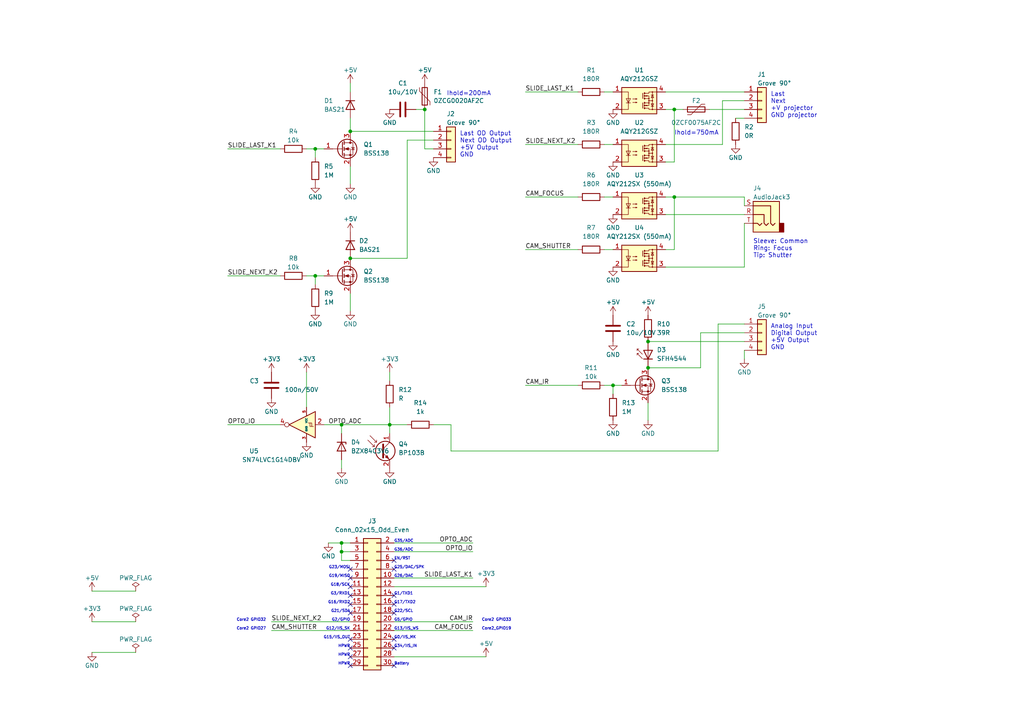
<source format=kicad_sch>
(kicad_sch (version 20211123) (generator eeschema)
  (paper "A4")
  (title_block (title "Filmolino SlideScanner") (date "2023-03-26") (rev "V1.0") (company "Open Source by Lubasol GmbH"))
  (lib_symbols
    (symbol "74xGxx:SN74LVC1G14DBV"
      (property "Reference" "U" (at -2.54 5.08 0))
      (property "Value" "SN74LVC1G14DBV" (at 10.16 5.08 0))
      (symbol "SN74LVC1G14DBV_0_1"
        (polyline (pts (xy -1.016 0.508) (xy -0.508 0.508)))
        (polyline (pts (xy -2.54 3.81) (xy -2.54 -3.81) (xy 5.08 0) (xy -2.54 3.81)) (stroke (width 0.254)) (fill (type background)))
        (polyline (pts (xy -1.524 -0.508) (xy -1.524 0.508) (xy -1.016 0.508) (xy -1.016 -0.508) (xy -2.032 -0.508)))
        (circle (center 5.715 0) (radius 0.635))
      )
      (symbol "SN74LVC1G14DBV_1_1"
        (pin no_connect line (at 5.08 0 180) (length 2.54) hide (name "NC") (number "1"))
        (pin input line (at -5.08 0 0) (length 2.54) (name "~") (number "2"))
        (pin power_in line (at 0 -5.08 90) (length 2.54) (name "GND") (number "3"))
        (pin output line (at 7.62 0 180) (length 1.27) (name "~") (number "4"))
        (pin power_in line (at 0 5.08 270) (length 2.54) (name "VCC") (number "5"))
      )
    )
    (symbol "Connector:AudioJack3"
      (property "Reference" "J" (at 0 8.89 0))
      (property "Value" "AudioJack3" (at 0 6.35 0))
      (symbol "AudioJack3_0_1"
        (rectangle (start -5.08 -5.08) (end -6.35 -2.54) (stroke (width 0.254)) (fill (type outline)))
        (polyline (pts (xy 0 -2.54) (xy 0.635 -3.175) (xy 1.27 -2.54) (xy 2.54 -2.54)) (stroke (width 0.254)))
        (polyline (pts (xy -1.905 -2.54) (xy -1.27 -3.175) (xy -0.635 -2.54) (xy -0.635 0) (xy 2.54 0)) (stroke (width 0.254)))
        (polyline (pts (xy 2.54 2.54) (xy -2.54 2.54) (xy -2.54 -2.54) (xy -3.175 -3.175) (xy -3.81 -2.54)) (stroke (width 0.254)))
        (rectangle (start 2.54 3.81) (end -5.08 -5.08) (stroke (width 0.254)) (fill (type background)))
      )
      (symbol "AudioJack3_1_1"
        (pin passive line (at 5.08 0 180) (length 2.54) (name "~") (number "R"))
        (pin passive line (at 5.08 2.54 180) (length 2.54) (name "~") (number "S"))
        (pin passive line (at 5.08 -2.54 180) (length 2.54) (name "~") (number "T"))
      )
    )
    (symbol "Connector_Generic:Conn_01x04" (pin_names (offset 1.016) hide)
      (property "Reference" "J" (at 0 5.08 0))
      (property "Value" "Conn_01x04" (at 0 -7.62 0))
      (symbol "Conn_01x04_1_1"
        (rectangle (start -1.27 -4.953) (end 0 -5.207) (stroke (width 0.1524)))
        (rectangle (start -1.27 -2.413) (end 0 -2.667) (stroke (width 0.1524)))
        (rectangle (start -1.27 0.127) (end 0 -0.127) (stroke (width 0.1524)))
        (rectangle (start -1.27 2.667) (end 0 2.413) (stroke (width 0.1524)))
        (rectangle (start -1.27 3.81) (end 1.27 -6.35) (stroke (width 0.254)) (fill (type background)))
        (pin passive line (at -5.08 2.54 0) (length 3.81) (name "Pin_1") (number "1"))
        (pin passive line (at -5.08 0 0) (length 3.81) (name "Pin_2") (number "2"))
        (pin passive line (at -5.08 -2.54 0) (length 3.81) (name "Pin_3") (number "3"))
        (pin passive line (at -5.08 -5.08 0) (length 3.81) (name "Pin_4") (number "4"))
      )
    )
    (symbol "Connector_Generic:Conn_02x15_Odd_Even" (pin_names (offset 1.016) hide)
      (property "Reference" "J" (at 1.27 20.32 0))
      (property "Value" "Conn_02x15_Odd_Even" (at 1.27 -20.32 0))
      (symbol "Conn_02x15_Odd_Even_1_1"
        (rectangle (start -1.27 -17.653) (end 0 -17.907) (stroke (width 0.1524)))
        (rectangle (start -1.27 -15.113) (end 0 -15.367) (stroke (width 0.1524)))
        (rectangle (start -1.27 -12.573) (end 0 -12.827) (stroke (width 0.1524)))
        (rectangle (start -1.27 -10.033) (end 0 -10.287) (stroke (width 0.1524)))
        (rectangle (start -1.27 -7.493) (end 0 -7.747) (stroke (width 0.1524)))
        (rectangle (start -1.27 -4.953) (end 0 -5.207) (stroke (width 0.1524)))
        (rectangle (start -1.27 -2.413) (end 0 -2.667) (stroke (width 0.1524)))
        (rectangle (start -1.27 0.127) (end 0 -0.127) (stroke (width 0.1524)))
        (rectangle (start -1.27 2.667) (end 0 2.413) (stroke (width 0.1524)))
        (rectangle (start -1.27 5.207) (end 0 4.953) (stroke (width 0.1524)))
        (rectangle (start -1.27 7.747) (end 0 7.493) (stroke (width 0.1524)))
        (rectangle (start -1.27 10.287) (end 0 10.033) (stroke (width 0.1524)))
        (rectangle (start -1.27 12.827) (end 0 12.573) (stroke (width 0.1524)))
        (rectangle (start -1.27 15.367) (end 0 15.113) (stroke (width 0.1524)))
        (rectangle (start -1.27 17.907) (end 0 17.653) (stroke (width 0.1524)))
        (rectangle (start -1.27 19.05) (end 3.81 -19.05) (stroke (width 0.254)) (fill (type background)))
        (rectangle (start 3.81 -17.653) (end 2.54 -17.907) (stroke (width 0.1524)))
        (rectangle (start 3.81 -15.113) (end 2.54 -15.367) (stroke (width 0.1524)))
        (rectangle (start 3.81 -12.573) (end 2.54 -12.827) (stroke (width 0.1524)))
        (rectangle (start 3.81 -10.033) (end 2.54 -10.287) (stroke (width 0.1524)))
        (rectangle (start 3.81 -7.493) (end 2.54 -7.747) (stroke (width 0.1524)))
        (rectangle (start 3.81 -4.953) (end 2.54 -5.207) (stroke (width 0.1524)))
        (rectangle (start 3.81 -2.413) (end 2.54 -2.667) (stroke (width 0.1524)))
        (rectangle (start 3.81 0.127) (end 2.54 -0.127) (stroke (width 0.1524)))
        (rectangle (start 3.81 2.667) (end 2.54 2.413) (stroke (width 0.1524)))
        (rectangle (start 3.81 5.207) (end 2.54 4.953) (stroke (width 0.1524)))
        (rectangle (start 3.81 7.747) (end 2.54 7.493) (stroke (width 0.1524)))
        (rectangle (start 3.81 10.287) (end 2.54 10.033) (stroke (width 0.1524)))
        (rectangle (start 3.81 12.827) (end 2.54 12.573) (stroke (width 0.1524)))
        (rectangle (start 3.81 15.367) (end 2.54 15.113) (stroke (width 0.1524)))
        (rectangle (start 3.81 17.907) (end 2.54 17.653) (stroke (width 0.1524)))
        (pin passive line (at -5.08 17.78 0) (length 3.81) (name "Pin_1") (number "1"))
        (pin passive line (at 7.62 7.62 180) (length 3.81) (name "Pin_10") (number "10"))
        (pin passive line (at -5.08 5.08 0) (length 3.81) (name "Pin_11") (number "11"))
        (pin passive line (at 7.62 5.08 180) (length 3.81) (name "Pin_12") (number "12"))
        (pin passive line (at -5.08 2.54 0) (length 3.81) (name "Pin_13") (number "13"))
        (pin passive line (at 7.62 2.54 180) (length 3.81) (name "Pin_14") (number "14"))
        (pin passive line (at -5.08 0 0) (length 3.81) (name "Pin_15") (number "15"))
        (pin passive line (at 7.62 0 180) (length 3.81) (name "Pin_16") (number "16"))
        (pin passive line (at -5.08 -2.54 0) (length 3.81) (name "Pin_17") (number "17"))
        (pin passive line (at 7.62 -2.54 180) (length 3.81) (name "Pin_18") (number "18"))
        (pin passive line (at -5.08 -5.08 0) (length 3.81) (name "Pin_19") (number "19"))
        (pin passive line (at 7.62 17.78 180) (length 3.81) (name "Pin_2") (number "2"))
        (pin passive line (at 7.62 -5.08 180) (length 3.81) (name "Pin_20") (number "20"))
        (pin passive line (at -5.08 -7.62 0) (length 3.81) (name "Pin_21") (number "21"))
        (pin passive line (at 7.62 -7.62 180) (length 3.81) (name "Pin_22") (number "22"))
        (pin passive line (at -5.08 -10.16 0) (length 3.81) (name "Pin_23") (number "23"))
        (pin passive line (at 7.62 -10.16 180) (length 3.81) (name "Pin_24") (number "24"))
        (pin passive line (at -5.08 -12.7 0) (length 3.81) (name "Pin_25") (number "25"))
        (pin passive line (at 7.62 -12.7 180) (length 3.81) (name "Pin_26") (number "26"))
        (pin passive line (at -5.08 -15.24 0) (length 3.81) (name "Pin_27") (number "27"))
        (pin passive line (at 7.62 -15.24 180) (length 3.81) (name "Pin_28") (number "28"))
        (pin passive line (at -5.08 -17.78 0) (length 3.81) (name "Pin_29") (number "29"))
        (pin passive line (at -5.08 15.24 0) (length 3.81) (name "Pin_3") (number "3"))
        (pin passive line (at 7.62 -17.78 180) (length 3.81) (name "Pin_30") (number "30"))
        (pin passive line (at 7.62 15.24 180) (length 3.81) (name "Pin_4") (number "4"))
        (pin passive line (at -5.08 12.7 0) (length 3.81) (name "Pin_5") (number "5"))
        (pin passive line (at 7.62 12.7 180) (length 3.81) (name "Pin_6") (number "6"))
        (pin passive line (at -5.08 10.16 0) (length 3.81) (name "Pin_7") (number "7"))
        (pin passive line (at 7.62 10.16 180) (length 3.81) (name "Pin_8") (number "8"))
        (pin passive line (at -5.08 7.62 0) (length 3.81) (name "Pin_9") (number "9"))
      )
    )
    (symbol "Device:C" (pin_numbers hide) (pin_names (offset 0.254))
      (property "Reference" "C" (at 0.635 2.54 0))
      (property "Value" "C" (at 0.635 -2.54 0))
      (symbol "C_0_1"
        (polyline (pts (xy -2.032 -0.762) (xy 2.032 -0.762)) (stroke (width 0.508)))
        (polyline (pts (xy -2.032 0.762) (xy 2.032 0.762)) (stroke (width 0.508)))
      )
      (symbol "C_1_1"
        (pin passive line (at 0 3.81 270) (length 2.794) (name "~") (number "1"))
        (pin passive line (at 0 -3.81 90) (length 2.794) (name "~") (number "2"))
      )
    )
    (symbol "Device:Polyfuse" (pin_numbers hide) (pin_names (offset 0))
      (property "Reference" "F" (at -2.54 0 90))
      (property "Value" "Polyfuse" (at 2.54 0 90))
      (symbol "Polyfuse_0_1"
        (rectangle (start -0.762 2.54) (end 0.762 -2.54) (stroke (width 0.254)))
        (polyline (pts (xy 0 2.54) (xy 0 -2.54)))
        (polyline (pts (xy -1.524 2.54) (xy -1.524 1.524) (xy 1.524 -1.524) (xy 1.524 -2.54)))
      )
      (symbol "Polyfuse_1_1"
        (pin passive line (at 0 3.81 270) (length 1.27) (name "~") (number "1"))
        (pin passive line (at 0 -3.81 90) (length 1.27) (name "~") (number "2"))
      )
    )
    (symbol "Device:Q_Photo_NPN" (pin_names (offset 0) hide)
      (property "Reference" "Q" (at 5.08 1.27 0))
      (property "Value" "Q_Photo_NPN" (at 5.08 -1.27 0))
      (symbol "Q_Photo_NPN_0_1"
        (polyline (pts (xy -1.905 1.27) (xy -2.54 1.27)))
        (polyline (pts (xy -1.27 2.54) (xy -1.905 2.54)))
        (polyline (pts (xy 0.635 0.635) (xy 2.54 2.54)))
        (polyline (pts (xy -3.81 3.175) (xy -1.905 1.27) (xy -1.905 1.905)))
        (polyline (pts (xy -3.175 4.445) (xy -1.27 2.54) (xy -1.27 3.175)))
        (polyline (pts (xy 0.635 -0.635) (xy 2.54 -2.54) (xy 2.54 -2.54)))
        (polyline (pts (xy 0.635 1.905) (xy 0.635 -1.905) (xy 0.635 -1.905)) (stroke (width 0.508)))
        (polyline (pts (xy 1.27 -1.778) (xy 1.778 -1.27) (xy 2.286 -2.286) (xy 1.27 -1.778) (xy 1.27 -1.778)) (fill (type outline)))
        (circle (center 1.27 0) (radius 2.8194) (stroke (width 0.254)))
      )
      (symbol "Q_Photo_NPN_1_1"
        (pin passive line (at 2.54 5.08 270) (length 2.54) (name "C") (number "1"))
        (pin passive line (at 2.54 -5.08 90) (length 2.54) (name "E") (number "2"))
      )
    )
    (symbol "Device:R" (pin_numbers hide) (pin_names (offset 0))
      (property "Reference" "R" (at 2.032 0 90))
      (property "Value" "R" (at 0 0 90))
      (symbol "R_0_1"
        (rectangle (start -1.016 -2.54) (end 1.016 2.54) (stroke (width 0.254)))
      )
      (symbol "R_1_1"
        (pin passive line (at 0 3.81 270) (length 1.27) (name "~") (number "1"))
        (pin passive line (at 0 -3.81 90) (length 1.27) (name "~") (number "2"))
      )
    )
    (symbol "Diode:BAS21" (pin_numbers hide) (pin_names hide)
      (property "Reference" "D" (at 0 2.54 0))
      (property "Value" "BAS21" (at 0 -2.54 0))
      (symbol "BAS21_0_1"
        (polyline (pts (xy -1.27 1.27) (xy -1.27 -1.27)) (stroke (width 0.254)))
        (polyline (pts (xy 1.27 0) (xy -1.27 0)))
        (polyline (pts (xy 1.27 1.27) (xy 1.27 -1.27) (xy -1.27 0) (xy 1.27 1.27)) (stroke (width 0.254)))
      )
      (symbol "BAS21_1_1"
        (pin passive line (at 3.81 0 180) (length 2.54) (name "A") (number "1"))
        (pin no_connect line (at -1.27 0 0) (length 2.54) hide (name "NC") (number "2"))
        (pin passive line (at -3.81 0 0) (length 2.54) (name "K") (number "3"))
      )
    )
    (symbol "Diode:BZX84Cxx" (pin_numbers hide) (pin_names hide)
      (property "Reference" "D" (at 0 3.81 0))
      (property "Value" "BZX84Cxx" (at 0 -3.81 0))
      (symbol "BZX84Cxx_0_1"
        (polyline (pts (xy 1.27 0) (xy -1.27 0)))
        (polyline (pts (xy -1.27 -1.27) (xy -1.27 1.27) (xy -0.762 1.27)) (stroke (width 0.254)))
        (polyline (pts (xy 1.27 -1.27) (xy 1.27 1.27) (xy -1.27 0) (xy 1.27 -1.27)) (stroke (width 0.254)))
      )
      (symbol "BZX84Cxx_1_1"
        (pin passive line (at 3.81 0 180) (length 2.54) (name "A") (number "1"))
        (pin no_connect line (at 1.27 0 180) (length 2.54) hide (name "NC") (number "2"))
        (pin passive line (at -3.81 0 0) (length 2.54) (name "K") (number "3"))
      )
    )
    (symbol "LED:LD274" (pin_numbers hide) (pin_names (offset 1.016) hide)
      (property "Reference" "D" (at 0.508 1.778 0))
      (property "Value" "LD274" (at -1.016 -2.794 0))
      (symbol "LD274_0_1"
        (polyline (pts (xy -2.54 1.27) (xy -2.54 -1.27)) (stroke (width 0.254)))
        (polyline (pts (xy 0 0) (xy -2.54 0)))
        (polyline (pts (xy 0.381 3.175) (xy -0.127 3.175)))
        (polyline (pts (xy -1.143 1.651) (xy 0.381 3.175) (xy 0.381 2.667)))
        (polyline (pts (xy 0 -1.27) (xy -2.54 0) (xy 0 1.27) (xy 0 -1.27)) (stroke (width 0.254)))
        (polyline (pts (xy -2.413 1.651) (xy -0.889 3.175) (xy -0.889 2.667) (xy -0.889 3.175) (xy -1.397 3.175)))
      )
      (symbol "LD274_1_1"
        (pin passive line (at -5.08 0 0) (length 2.54) (name "K") (number "1"))
        (pin passive line (at 2.54 0 180) (length 2.54) (name "A") (number "2"))
      )
    )
    (symbol "Relay_SolidState:TLP222A"
      (property "Reference" "U" (at -5.08 5.08 0))
      (property "Value" "TLP222A" (at 0 5.08 0))
      (symbol "TLP222A_0_1"
        (rectangle (start -5.08 3.81) (end 5.08 -3.81) (stroke (width 0.254)) (fill (type background)))
        (polyline (pts (xy -3.81 -0.635) (xy -2.54 -0.635)))
        (polyline (pts (xy 1.016 -0.635) (xy 1.016 -2.159)) (stroke (width 0.2032)))
        (polyline (pts (xy 1.016 2.159) (xy 1.016 0.635)) (stroke (width 0.2032)))
        (polyline (pts (xy 1.524 -0.508) (xy 1.524 -0.762)) (stroke (width 0.3556)))
        (polyline (pts (xy 2.794 0) (xy 3.81 0)))
        (polyline (pts (xy 3.429 -1.651) (xy 4.191 -1.651)))
        (polyline (pts (xy 3.429 1.651) (xy 4.191 1.651)))
        (polyline (pts (xy 3.81 -2.54) (xy 3.81 2.54)))
        (polyline (pts (xy 1.524 -2.032) (xy 1.524 -2.286) (xy 1.524 -2.286)) (stroke (width 0.3556)))
        (polyline (pts (xy 1.524 -1.27) (xy 1.524 -1.524) (xy 1.524 -1.524)) (stroke (width 0.3556)))
        (polyline (pts (xy 1.524 0.762) (xy 1.524 0.508) (xy 1.524 0.508)) (stroke (width 0.3556)))
        (polyline (pts (xy 1.524 1.524) (xy 1.524 1.27) (xy 1.524 1.27)) (stroke (width 0.3556)))
        (polyline (pts (xy 1.524 2.286) (xy 1.524 2.032) (xy 1.524 2.032)) (stroke (width 0.3556)))
        (polyline (pts (xy 1.651 -1.397) (xy 2.794 -1.397) (xy 2.794 -0.635)))
        (polyline (pts (xy 1.651 1.397) (xy 2.794 1.397) (xy 2.794 0.635)))
        (polyline (pts (xy -5.08 2.54) (xy -3.175 2.54) (xy -3.175 -2.54) (xy -5.08 -2.54)))
        (polyline (pts (xy -3.175 -0.635) (xy -3.81 0.635) (xy -2.54 0.635) (xy -3.175 -0.635)))
        (polyline (pts (xy 1.651 -2.159) (xy 2.794 -2.159) (xy 2.794 -2.54) (xy 5.08 -2.54)))
        (polyline (pts (xy 1.651 -0.635) (xy 2.794 -0.635) (xy 2.794 0.635) (xy 1.651 0.635)))
        (polyline (pts (xy 1.651 2.159) (xy 2.794 2.159) (xy 2.794 2.54) (xy 5.08 2.54)))
        (polyline (pts (xy 1.778 -1.397) (xy 2.286 -1.27) (xy 2.286 -1.524) (xy 1.778 -1.397)))
        (polyline (pts (xy 1.778 1.397) (xy 2.286 1.524) (xy 2.286 1.27) (xy 1.778 1.397)))
        (polyline (pts (xy 3.81 -1.651) (xy 3.429 -0.889) (xy 4.191 -0.889) (xy 3.81 -1.651)))
        (polyline (pts (xy 3.81 1.651) (xy 3.429 0.889) (xy 4.191 0.889) (xy 3.81 1.651)))
        (polyline (pts (xy -1.905 -0.508) (xy -0.635 -0.508) (xy -1.016 -0.635) (xy -1.016 -0.381) (xy -0.635 -0.508)))
        (polyline (pts (xy -1.905 0.508) (xy -0.635 0.508) (xy -1.016 0.381) (xy -1.016 0.635) (xy -0.635 0.508)))
        (circle (center 2.794 -0.635) (radius 0.127))
        (circle (center 2.794 0) (radius 0.127))
        (circle (center 2.794 0.635) (radius 0.127))
        (circle (center 3.81 -2.54) (radius 0.127))
        (circle (center 3.81 0) (radius 0.127))
        (circle (center 3.81 2.54) (radius 0.127))
      )
      (symbol "TLP222A_1_1"
        (pin passive line (at -7.62 2.54 0) (length 2.54) (name "~") (number "1"))
        (pin passive line (at -7.62 -2.54 0) (length 2.54) (name "~") (number "2"))
        (pin passive line (at 7.62 -2.54 180) (length 2.54) (name "~") (number "3"))
        (pin passive line (at 7.62 2.54 180) (length 2.54) (name "~") (number "4"))
      )
    )
    (symbol "Transistor_FET:BSS138" (pin_names hide)
      (property "Reference" "Q" (at 5.08 1.905 0))
      (property "Value" "BSS138" (at 5.08 0 0))
      (symbol "BSS138_0_1"
        (polyline (pts (xy 0.254 0) (xy -2.54 0)))
        (polyline (pts (xy 0.254 1.905) (xy 0.254 -1.905)) (stroke (width 0.254)))
        (polyline (pts (xy 0.762 -1.27) (xy 0.762 -2.286)) (stroke (width 0.254)))
        (polyline (pts (xy 0.762 0.508) (xy 0.762 -0.508)) (stroke (width 0.254)))
        (polyline (pts (xy 0.762 2.286) (xy 0.762 1.27)) (stroke (width 0.254)))
        (polyline (pts (xy 2.54 2.54) (xy 2.54 1.778)))
        (polyline (pts (xy 2.54 -2.54) (xy 2.54 0) (xy 0.762 0)))
        (polyline (pts (xy 0.762 -1.778) (xy 3.302 -1.778) (xy 3.302 1.778) (xy 0.762 1.778)))
        (polyline (pts (xy 1.016 0) (xy 2.032 0.381) (xy 2.032 -0.381) (xy 1.016 0)) (fill (type outline)))
        (polyline (pts (xy 2.794 0.508) (xy 2.921 0.381) (xy 3.683 0.381) (xy 3.81 0.254)))
        (polyline (pts (xy 3.302 0.381) (xy 2.921 -0.254) (xy 3.683 -0.254) (xy 3.302 0.381)))
        (circle (center 1.651 0) (radius 2.794) (stroke (width 0.254)))
        (circle (center 2.54 -1.778) (radius 0.254) (fill (type outline)))
        (circle (center 2.54 1.778) (radius 0.254) (fill (type outline)))
      )
      (symbol "BSS138_1_1"
        (pin input line (at -5.08 0 0) (length 2.54) (name "G") (number "1"))
        (pin passive line (at 2.54 -5.08 90) (length 2.54) (name "S") (number "2"))
        (pin passive line (at 2.54 5.08 270) (length 2.54) (name "D") (number "3"))
      )
    )
    (symbol "power:+3V3" (power) (pin_names (offset 0))
      (property "Value" "+3V3" (at 0 3.556 0))
      (symbol "+3V3_0_1"
        (polyline (pts (xy -0.762 1.27) (xy 0 2.54)))
        (polyline (pts (xy 0 0) (xy 0 2.54)))
        (polyline (pts (xy 0 2.54) (xy 0.762 1.27)))
      )
      (symbol "+3V3_1_1"
        (pin power_in line (at 0 0 90) (length 0) hide (name "+3V3") (number "1"))
      )
    )
    (symbol "power:+5V" (power) (pin_names (offset 0))
      (property "Value" "+5V" (at 0 3.556 0))
      (symbol "+5V_0_1"
        (polyline (pts (xy -0.762 1.27) (xy 0 2.54)))
        (polyline (pts (xy 0 0) (xy 0 2.54)))
        (polyline (pts (xy 0 2.54) (xy 0.762 1.27)))
      )
      (symbol "+5V_1_1"
        (pin power_in line (at 0 0 90) (length 0) hide (name "+5V") (number "1"))
      )
    )
    (symbol "power:GND" (power) (pin_names (offset 0))
      (property "Value" "GND" (at 0 -3.81 0))
      (symbol "GND_0_1"
        (polyline (pts (xy 0 0) (xy 0 -1.27) (xy 1.27 -1.27) (xy 0 -2.54) (xy -1.27 -1.27) (xy 0 -1.27)))
      )
      (symbol "GND_1_1"
        (pin power_in line (at 0 0 270) (length 0) hide (name "GND") (number "1"))
      )
    )
    (symbol "power:PWR_FLAG" (power) (pin_numbers hide) (pin_names (offset 0) hide)
      (property "Value" "PWR_FLAG" (at 0 3.81 0))
      (symbol "PWR_FLAG_0_0"
        (pin power_out line (at 0 0 90) (length 0) (name "pwr") (number "1"))
      )
      (symbol "PWR_FLAG_0_1"
        (polyline (pts (xy 0 0) (xy 0 1.27) (xy -1.016 1.905) (xy 0 2.54) (xy 1.016 1.905) (xy 0 1.27)))
      )
    )
  )
  (junction (at 99.06 123.19))
  (junction (at 91.44 43.18))
  (junction (at 91.44 80.01))
  (junction (at 187.96 99.06))
  (junction (at 195.58 31.75))
  (junction (at 113.03 123.19))
  (junction (at 99.06 160.02))
  (junction (at 123.19 31.75))
  (junction (at 101.6 74.93))
  (junction (at 187.96 106.68))
  (junction (at 99.06 157.48))
  (junction (at 101.6 38.1))
  (junction (at 195.58 57.15))
  (junction (at 177.8 111.76))
  (no_connect (at 114.3 193.04))
  (no_connect (at 101.6 193.04))
  (no_connect (at 101.6 187.96))
  (no_connect (at 101.6 190.5))
  (no_connect (at 101.6 177.8))
  (no_connect (at 114.3 177.8))
  (no_connect (at 114.3 185.42))
  (no_connect (at 101.6 167.64))
  (no_connect (at 101.6 170.18))
  (no_connect (at 101.6 172.72))
  (no_connect (at 101.6 175.26))
  (no_connect (at 101.6 185.42))
  (no_connect (at 101.6 165.1))
  (no_connect (at 114.3 187.96))
  (no_connect (at 114.3 162.56))
  (no_connect (at 114.3 165.1))
  (no_connect (at 114.3 175.26))
  (no_connect (at 114.3 172.72))
  (wire (pts (xy 78.74 182.88) (xy 101.6 182.88)))
  (wire (pts (xy 99.06 123.19) (xy 113.03 123.19)))
  (wire (pts (xy 91.44 80.01) (xy 93.98 80.01)))
  (wire (pts (xy 88.9 107.95) (xy 88.9 118.11)))
  (wire (pts (xy 101.6 38.1) (xy 125.73 38.1)))
  (wire (pts (xy 213.36 34.29) (xy 215.9 34.29)))
  (wire (pts (xy 99.06 157.48) (xy 99.06 160.02)))
  (wire (pts (xy 101.6 34.29) (xy 101.6 38.1)))
  (wire (pts (xy 118.11 40.64) (xy 118.11 74.93)))
  (wire (pts (xy 101.6 85.09) (xy 101.6 90.17)))
  (wire (pts (xy 114.3 180.34) (xy 137.16 180.34)))
  (wire (pts (xy 66.04 123.19) (xy 81.28 123.19)))
  (wire (pts (xy 187.96 116.84) (xy 187.96 121.92)))
  (wire (pts (xy 152.4 72.39) (xy 167.64 72.39)))
  (wire (pts (xy 175.26 57.15) (xy 177.8 57.15)))
  (wire (pts (xy 88.9 80.01) (xy 91.44 80.01)))
  (wire (pts (xy 91.44 80.01) (xy 91.44 82.55)))
  (wire (pts (xy 152.4 57.15) (xy 167.64 57.15)))
  (wire (pts (xy 114.3 170.18) (xy 140.97 170.18)))
  (wire (pts (xy 91.44 43.18) (xy 91.44 45.72)))
  (wire (pts (xy 215.9 101.6) (xy 215.9 104.14)))
  (wire (pts (xy 195.58 31.75) (xy 198.12 31.75)))
  (wire (pts (xy 208.28 93.98) (xy 208.28 130.81)))
  (wire (pts (xy 175.26 111.76) (xy 177.8 111.76)))
  (wire (pts (xy 208.28 93.98) (xy 215.9 93.98)))
  (wire (pts (xy 99.06 160.02) (xy 101.6 160.02)))
  (wire (pts (xy 99.06 160.02) (xy 99.06 162.56)))
  (wire (pts (xy 120.65 31.75) (xy 123.19 31.75)))
  (wire (pts (xy 175.26 26.67) (xy 177.8 26.67)))
  (wire (pts (xy 26.67 171.45) (xy 39.37 171.45)))
  (wire (pts (xy 193.04 72.39) (xy 195.58 72.39)))
  (wire (pts (xy 26.67 189.23) (xy 39.37 189.23)))
  (wire (pts (xy 130.81 123.19) (xy 130.81 130.81)))
  (wire (pts (xy 187.96 106.68) (xy 203.2 106.68)))
  (wire (pts (xy 114.3 190.5) (xy 140.97 190.5)))
  (wire (pts (xy 130.81 123.19) (xy 125.73 123.19)))
  (wire (pts (xy 99.06 162.56) (xy 101.6 162.56)))
  (wire (pts (xy 195.58 57.15) (xy 215.9 57.15)))
  (wire (pts (xy 113.03 125.73) (xy 113.03 123.19)))
  (wire (pts (xy 177.8 111.76) (xy 177.8 114.3)))
  (wire (pts (xy 203.2 96.52) (xy 203.2 106.68)))
  (wire (pts (xy 175.26 72.39) (xy 177.8 72.39)))
  (wire (pts (xy 26.67 180.34) (xy 39.37 180.34)))
  (wire (pts (xy 175.26 41.91) (xy 177.8 41.91)))
  (wire (pts (xy 152.4 41.91) (xy 167.64 41.91)))
  (wire (pts (xy 66.04 80.01) (xy 81.28 80.01)))
  (wire (pts (xy 66.04 43.18) (xy 81.28 43.18)))
  (wire (pts (xy 209.55 41.91) (xy 209.55 29.21)))
  (wire (pts (xy 130.81 130.81) (xy 208.28 130.81)))
  (wire (pts (xy 195.58 57.15) (xy 195.58 72.39)))
  (wire (pts (xy 177.8 111.76) (xy 180.34 111.76)))
  (wire (pts (xy 88.9 43.18) (xy 91.44 43.18)))
  (wire (pts (xy 203.2 96.52) (xy 215.9 96.52)))
  (wire (pts (xy 205.74 31.75) (xy 215.9 31.75)))
  (wire (pts (xy 118.11 74.93) (xy 101.6 74.93)))
  (wire (pts (xy 113.03 107.95) (xy 113.03 110.49)))
  (wire (pts (xy 193.04 41.91) (xy 209.55 41.91)))
  (wire (pts (xy 113.03 123.19) (xy 113.03 118.11)))
  (wire (pts (xy 187.96 99.06) (xy 215.9 99.06)))
  (wire (pts (xy 152.4 111.76) (xy 167.64 111.76)))
  (wire (pts (xy 193.04 31.75) (xy 195.58 31.75)))
  (wire (pts (xy 114.3 157.48) (xy 137.16 157.48)))
  (wire (pts (xy 101.6 48.26) (xy 101.6 53.34)))
  (wire (pts (xy 193.04 26.67) (xy 215.9 26.67)))
  (wire (pts (xy 209.55 29.21) (xy 215.9 29.21)))
  (wire (pts (xy 91.44 43.18) (xy 93.98 43.18)))
  (wire (pts (xy 193.04 62.23) (xy 215.9 62.23)))
  (wire (pts (xy 101.6 26.67) (xy 101.6 24.13)))
  (wire (pts (xy 101.6 157.48) (xy 99.06 157.48)))
  (wire (pts (xy 215.9 77.47) (xy 215.9 64.77)))
  (wire (pts (xy 152.4 26.67) (xy 167.64 26.67)))
  (wire (pts (xy 78.74 180.34) (xy 101.6 180.34)))
  (wire (pts (xy 114.3 167.64) (xy 137.16 167.64)))
  (wire (pts (xy 125.73 40.64) (xy 118.11 40.64)))
  (wire (pts (xy 123.19 31.75) (xy 123.19 43.18)))
  (wire (pts (xy 99.06 133.35) (xy 99.06 135.89)))
  (wire (pts (xy 193.04 77.47) (xy 215.9 77.47)))
  (wire (pts (xy 99.06 123.19) (xy 99.06 125.73)))
  (wire (pts (xy 125.73 43.18) (xy 123.19 43.18)))
  (wire (pts (xy 215.9 57.15) (xy 215.9 59.69)))
  (wire (pts (xy 118.11 123.19) (xy 113.03 123.19)))
  (wire (pts (xy 93.98 123.19) (xy 99.06 123.19)))
  (wire (pts (xy 114.3 160.02) (xy 137.16 160.02)))
  (wire (pts (xy 195.58 46.99) (xy 195.58 31.75)))
  (wire (pts (xy 193.04 46.99) (xy 195.58 46.99)))
  (wire (pts (xy 114.3 182.88) (xy 137.16 182.88)))
  (wire (pts (xy 95.25 157.48) (xy 99.06 157.48)))
  (wire (pts (xy 193.04 57.15) (xy 195.58 57.15)))
  (text "Core2 GPIO27" (at 68.58 182.88 0) (effects (font (size 0.8 0.8)) (justify left bottom)))
  (text "Ihold=750mA" (at 195.58 39.37 0) (effects (font (size 1.27 1.27)) (justify left bottom)))
  (text "G3/RXD1" (at 101.6 172.72 180) (effects (font (size 0.8 0.8)) (justify right bottom)))
  (text "Last OD Output\nNext OD Output\n+5V Output\nGND" (at 133.35 45.72 0) (effects (font (size 1.27 1.27)) (justify left bottom)))
  (text "EN/RST" (at 114.3 162.56 0) (effects (font (size 0.8 0.8)) (justify left bottom)))
  (text "G16/RXD2" (at 101.6 175.26 180) (effects (font (size 0.8 0.8)) (justify right bottom)))
  (text "G12/IIS_SK" (at 101.6 182.88 180) (effects (font (size 0.8 0.8)) (justify right bottom)))
  (text "G36/ADC" (at 114.3 160.02 0) (effects (font (size 0.8 0.8)) (justify left bottom)))
  (text "HPWR" (at 101.6 193.04 180) (effects (font (size 0.8 0.8)) (justify right bottom)))
  (text "Battery" (at 114.3 193.04 0) (effects (font (size 0.8 0.8)) (justify left bottom)))
  (text "G17/TXD2" (at 114.3 175.26 0) (effects (font (size 0.8 0.8)) (justify left bottom)))
  (text "G22/SCL" (at 114.3 177.8 0) (effects (font (size 0.8 0.8)) (justify left bottom)))
  (text "Sleeve: Common\nRing: Focus\nTip: Shutter" (at 218.44 74.93 0) (effects (font (size 1.27 1.27)) (justify left bottom)))
  (text "Core2 GPIO33" (at 139.7 180.34 0) (effects (font (size 0.8 0.8)) (justify left bottom)))
  (text "G35/ADC" (at 114.3 157.48 0) (effects (font (size 0.8 0.8)) (justify left bottom)))
  (text "G18/SCK" (at 101.6 170.18 180) (effects (font (size 0.8 0.8)) (justify right bottom)))
  (text "Last\nNext\n+V projector\nGND projector" (at 223.52 34.29 0) (effects (font (size 1.27 1.27)) (justify left bottom)))
  (text "HPWR" (at 101.6 190.5 180) (effects (font (size 0.8 0.8)) (justify right bottom)))
  (text "Ihold=200mA" (at 129.54 27.94 0) (effects (font (size 1.27 1.27)) (justify left bottom)))
  (text "G23/MOSI" (at 101.6 165.1 180) (effects (font (size 0.8 0.8)) (justify right bottom)))
  (text "G26/DAC" (at 114.3 167.64 0) (effects (font (size 0.8 0.8)) (justify left bottom)))
  (text "G1/TXD1" (at 114.3 172.72 0) (effects (font (size 0.8 0.8)) (justify left bottom)))
  (text "HPWR" (at 101.6 187.96 180) (effects (font (size 0.8 0.8)) (justify right bottom)))
  (text "G13/IIS_WS" (at 114.3 182.88 0) (effects (font (size 0.8 0.8)) (justify left bottom)))
  (text "G19/MISO" (at 101.6 167.64 180) (effects (font (size 0.8 0.8)) (justify right bottom)))
  (text "Core2 GPIO32" (at 68.58 180.34 0) (effects (font (size 0.8 0.8)) (justify left bottom)))
  (text "G15/IIS_OUT" (at 101.6 185.42 180) (effects (font (size 0.8 0.8)) (justify right bottom)))
  (text "G0/IIS_MK" (at 114.3 185.42 0) (effects (font (size 0.8 0.8)) (justify left bottom)))
  (text "G25/DAC/SPK" (at 114.3 165.1 0) (effects (font (size 0.8 0.8)) (justify left bottom)))
  (text "G34/IIS_IN" (at 114.3 187.96 0) (effects (font (size 0.8 0.8)) (justify left bottom)))
  (text "Analog Input\nDigital Output\n+5V Output\nGND" (at 223.52 101.6 0) (effects (font (size 1.27 1.27)) (justify left bottom)))
  (text "G5/GPIO" (at 114.3 180.34 0) (effects (font (size 0.8 0.8)) (justify left bottom)))
  (text "G2/GPIO" (at 101.6 180.34 180) (effects (font (size 0.8 0.8)) (justify right bottom)))
  (text "G21/SDA" (at 101.6 177.8 180) (effects (font (size 0.8 0.8)) (justify right bottom)))
  (text "Core2_GPIO19" (at 139.7 182.88 0) (effects (font (size 0.8 0.8)) (justify left bottom)))
  (label "CAM_IR" (at 152.4 111.76 0))
  (label "SLIDE_LAST_K1" (at 152.4 26.67 0))
  (label "CAM_SHUTTER" (at 152.4 72.39 0))
  (label "CAM_FOCUS" (at 137.16 182.88 180))
  (label "CAM_IR" (at 137.16 180.34 180))
  (label "OPTO_ADC" (at 95.25 123.19 0))
  (label "SLIDE_NEXT_K2" (at 152.4 41.91 0))
  (label "CAM_FOCUS" (at 152.4 57.15 0))
  (label "CAM_SHUTTER" (at 78.74 182.88 0))
  (label "OPTO_IO" (at 137.16 160.02 180))
  (label "OPTO_IO" (at 66.04 123.19 0))
  (label "SLIDE_NEXT_K2" (at 66.04 80.01 0))
  (label "SLIDE_LAST_K1" (at 137.16 167.64 180))
  (label "SLIDE_NEXT_K2" (at 78.74 180.34 0))
  (label "OPTO_ADC" (at 137.16 157.48 180))
  (label "SLIDE_LAST_K1" (at 66.04 43.18 0))
  (symbol (lib_id "Device:R") (at 187.96 95.25 0) (unit 1)
    (property "Reference" "R10" (at 190.5 93.9799 0) (effects (justify left)))
    (property "Value" "39R" (at 190.5 96.5199 0) (effects (justify left)))
    (property "Footprint" "Resistor_SMD:R_1206_3216Metric_Pad1.30x1.75mm_HandSolder" (effects hide))
  )
  (symbol (lib_id "power:+5V") (at 123.19 24.13 0) (unit 1)
    (property "Reference" "#PWR03" (effects hide))
    (property "Value" "+5V" (at 123.19 20.32 0))
  )
  (symbol (lib_id "Device:R") (at 171.45 111.76 90) (unit 1)
    (property "Reference" "R11" (at 171.45 106.68 90))
    (property "Value" "10k" (at 171.45 109.22 90))
    (property "Footprint" "Resistor_SMD:R_0805_2012Metric_Pad1.20x1.40mm_HandSolder" (effects hide))
  )
  (symbol (lib_id "power:GND") (at 113.03 31.75 0) (unit 1)
    (property "Reference" "#PWR05" (effects hide))
    (property "Value" "GND" (at 113.03 35.56 0))
  )
  (symbol (lib_id "power:+3V3") (at 113.03 107.95 0) (unit 1)
    (property "Reference" "#PWR025" (effects hide))
    (property "Value" "+3V3" (at 113.03 104.14 0))
  )
  (symbol (lib_id "power:+3V3") (at 140.97 170.18 0) (unit 1)
    (property "Reference" "#PWR08" (effects hide))
    (property "Value" "+3V3" (at 140.97 166.37 0))
  )
  (symbol (lib_id "Device:R") (at 121.92 123.19 90) (unit 1)
    (property "Reference" "R14" (at 121.92 116.84 90))
    (property "Value" "1k" (at 121.92 119.38 90))
    (property "Footprint" "Resistor_SMD:R_1206_3216Metric_Pad1.30x1.75mm_HandSolder" (effects hide))
  )
  (symbol (lib_id "Device:R") (at 213.36 38.1 0) (unit 1)
    (property "Reference" "R2" (at 215.9 36.8299 0) (effects (justify left)))
    (property "Value" "0R" (at 215.9 39.3699 0) (effects (justify left)))
    (property "Footprint" "Resistor_SMD:R_0805_2012Metric_Pad1.20x1.40mm_HandSolder" (effects hide))
  )
  (symbol (lib_id "power:GND") (at 101.6 53.34 0) (unit 1)
    (property "Reference" "#PWR012" (effects hide))
    (property "Value" "GND" (at 101.6 57.15 0))
  )
  (symbol (lib_id "power:GND") (at 78.74 115.57 0) (unit 1)
    (property "Reference" "#PWR026" (effects hide))
    (property "Value" "GND" (at 78.74 119.38 0))
  )
  (symbol (lib_id "power:GND") (at 177.8 46.99 0) (unit 1)
    (property "Reference" "#PWR010" (effects hide))
    (property "Value" "GND" (at 177.8 50.8 0))
  )
  (symbol (lib_id "power:GND") (at 177.8 99.06 0) (unit 1)
    (property "Reference" "#PWR021" (effects hide))
    (property "Value" "GND" (at 177.8 102.87 0))
  )
  (symbol (lib_id "power:+5V") (at 26.67 171.45 0) (unit 1)
    (property "Reference" "#PWR0101" (effects hide))
    (property "Value" "+5V" (at 26.67 167.64 0))
  )
  (symbol (lib_id "Device:Q_Photo_NPN") (at 110.49 130.81 0) (unit 1)
    (property "Reference" "Q4" (at 115.57 128.7906 0) (effects (justify left)))
    (property "Value" "BP103B" (at 115.57 131.3306 0) (effects (justify left)))
    (property "Footprint" "LED_THT:LED_D5.0mm_Horizontal_O1.27mm_Z3.0mm" (effects hide))
  )
  (symbol (lib_id "Connector:AudioJack3") (at 220.98 62.23 0) (mirror y) (unit 1)
    (property "Reference" "J4" (at 218.44 54.61 0) (effects (justify right)))
    (property "Value" "AudioJack3" (at 218.44 57.15 0) (effects (justify right)))
    (property "Footprint" "Lubasol:Jack_2.5mm_Lumberg_1501_04" (effects hide))
  )
  (symbol (lib_id "Relay_SolidState:TLP222A") (at 185.42 74.93 0) (unit 1)
    (property "Reference" "U4" (at 185.42 66.04 0))
    (property "Value" "AQY212SX (550mA)" (at 185.42 68.58 0))
    (property "Footprint" "Lubasol:SOP-4_4.4x4.3mm_P2.54mm" (effects hide))
  )
  (symbol (lib_id "Device:C") (at 78.74 111.76 0) (unit 1)
    (property "Reference" "C3" (at 72.39 110.49 0) (effects (justify left)))
    (property "Value" "100n/50V" (at 82.55 113.0299 0) (effects (justify left)))
    (property "Footprint" "Capacitor_SMD:C_0805_2012Metric_Pad1.18x1.45mm_HandSolder" (effects hide))
  )
  (symbol (lib_id "power:GND") (at 177.8 121.92 0) (unit 1)
    (property "Reference" "#PWR027" (effects hide))
    (property "Value" "GND" (at 177.8 125.73 0))
  )
  (symbol (lib_id "power:GND") (at 215.9 104.14 0) (unit 1)
    (property "Reference" "#PWR022" (effects hide))
    (property "Value" "GND" (at 215.9 107.95 0))
  )
  (symbol (lib_id "Device:C") (at 177.8 95.25 0) (unit 1)
    (property "Reference" "C2" (at 181.61 93.9799 0) (effects (justify left)))
    (property "Value" "10u/10V" (at 181.61 96.5199 0) (effects (justify left)))
    (property "Footprint" "Capacitor_SMD:C_0805_2012Metric_Pad1.18x1.45mm_HandSolder" (effects hide))
  )
  (symbol (lib_id "power:GND") (at 177.8 62.23 0) (unit 1)
    (property "Reference" "#PWR013" (effects hide))
    (property "Value" "GND" (at 177.8 66.04 0))
  )
  (symbol (lib_id "Connector_Generic:Conn_02x15_Odd_Even") (at 106.68 175.26 0) (unit 1)
    (property "Reference" "J3" (at 107.95 151.13 0))
    (property "Value" "Conn_02x15_Odd_Even" (at 107.95 153.67 0))
    (property "Footprint" "Lubasol:PinHeader_2x15_P2.54mm_Holes0.75mm_Vertical" (effects hide))
  )
  (symbol (lib_id "Device:R") (at 91.44 49.53 0) (unit 1)
    (property "Reference" "R5" (at 93.98 48.2599 0) (effects (justify left)))
    (property "Value" "1M" (at 93.98 50.7999 0) (effects (justify left)))
    (property "Footprint" "Resistor_SMD:R_0805_2012Metric_Pad1.20x1.40mm_HandSolder" (effects hide))
  )
  (symbol (lib_id "Connector_Generic:Conn_01x04") (at 220.98 29.21 0) (unit 1)
    (property "Reference" "J1" (at 219.71 21.59 0) (effects (justify left)))
    (property "Value" "Grove 90°" (at 219.71 24.13 0) (effects (justify left)))
    (property "Footprint" "Lubasol:Grove_Con_1x04_2mm_horizontal" (effects hide))
  )
  (symbol (lib_id "Diode:BAS21") (at 101.6 71.12 270) (unit 1)
    (property "Reference" "D2" (at 104.14 69.8499 90) (effects (justify left)))
    (property "Value" "BAS21" (at 104.14 72.3899 90) (effects (justify left)))
    (property "Footprint" "Package_TO_SOT_SMD:SOT-23" (effects hide))
    (property "Datasheet" "https://www.diodes.com/assets/Datasheets/Ds12004.pdf" (effects hide))
  )
  (symbol (lib_id "Device:R") (at 171.45 41.91 90) (unit 1)
    (property "Reference" "R3" (at 171.45 35.56 90))
    (property "Value" "180R" (at 171.45 38.1 90))
    (property "Footprint" "Resistor_SMD:R_0805_2012Metric_Pad1.20x1.40mm_HandSolder" (effects hide))
  )
  (symbol (lib_id "power:+5V") (at 177.8 91.44 0) (unit 1)
    (property "Reference" "#PWR019" (effects hide))
    (property "Value" "+5V" (at 177.8 87.63 0))
  )
  (symbol (lib_id "power:GND") (at 125.73 45.72 0) (unit 1)
    (property "Reference" "#PWR09" (effects hide))
    (property "Value" "GND" (at 125.73 49.53 0))
  )
  (symbol (lib_id "Relay_SolidState:TLP222A") (at 185.42 44.45 0) (unit 1)
    (property "Reference" "U2" (at 185.42 35.56 0))
    (property "Value" "AQY212GSZ" (at 185.42 38.1 0))
    (property "Footprint" "Lubasol:SOP-4_4.4x4.3mm_P2.54mm" (effects hide))
  )
  (symbol (lib_id "power:+5V") (at 101.6 24.13 0) (unit 1)
    (property "Reference" "#PWR01" (effects hide))
    (property "Value" "+5V" (at 101.6 20.32 0))
  )
  (symbol (lib_id "Device:R") (at 177.8 118.11 0) (unit 1)
    (property "Reference" "R13" (at 180.34 116.8399 0) (effects (justify left)))
    (property "Value" "1M" (at 180.34 119.3799 0) (effects (justify left)))
    (property "Footprint" "Resistor_SMD:R_0805_2012Metric_Pad1.20x1.40mm_HandSolder" (effects hide))
  )
  (symbol (lib_id "power:GND") (at 101.6 90.17 0) (unit 1)
    (property "Reference" "#PWR018" (effects hide))
    (property "Value" "GND" (at 101.6 93.98 0))
  )
  (symbol (lib_id "Relay_SolidState:TLP222A") (at 185.42 29.21 0) (unit 1)
    (property "Reference" "U1" (at 185.42 20.32 0))
    (property "Value" "AQY212GSZ" (at 185.42 22.86 0))
    (property "Footprint" "Lubasol:SOP-4_4.4x4.3mm_P2.54mm" (effects hide))
  )
  (symbol (lib_id "power:GND") (at 91.44 90.17 0) (unit 1)
    (property "Reference" "#PWR017" (effects hide))
    (property "Value" "GND" (at 91.44 93.98 0))
  )
  (symbol (lib_id "Device:R") (at 171.45 57.15 90) (unit 1)
    (property "Reference" "R6" (at 171.45 50.8 90))
    (property "Value" "180R" (at 171.45 53.34 90))
    (property "Footprint" "Resistor_SMD:R_0805_2012Metric_Pad1.20x1.40mm_HandSolder" (effects hide))
  )
  (symbol (lib_id "Device:R") (at 85.09 80.01 90) (unit 1)
    (property "Reference" "R8" (at 85.09 74.93 90))
    (property "Value" "10k" (at 85.09 77.47 90))
    (property "Footprint" "Resistor_SMD:R_0805_2012Metric_Pad1.20x1.40mm_HandSolder" (effects hide))
  )
  (symbol (lib_id "Transistor_FET:BSS138") (at 185.42 111.76 0) (unit 1)
    (property "Reference" "Q3" (at 191.77 110.4899 0) (effects (justify left)))
    (property "Value" "BSS138" (at 191.77 113.0299 0) (effects (justify left)))
    (property "Footprint" "Package_TO_SOT_SMD:SOT-23" (effects hide))
    (property "Datasheet" "https://www.onsemi.com/pub/Collateral/BSS138-D.PDF" (effects hide))
  )
  (symbol (lib_id "power:PWR_FLAG") (at 39.37 189.23 0) (unit 1)
    (property "Reference" "#FLG0103" (effects hide))
    (property "Value" "PWR_FLAG" (at 39.37 185.42 0))
  )
  (symbol (lib_id "Connector_Generic:Conn_01x04") (at 130.81 40.64 0) (unit 1)
    (property "Reference" "J2" (at 129.54 33.02 0) (effects (justify left)))
    (property "Value" "Grove 90°" (at 129.54 35.56 0) (effects (justify left)))
    (property "Footprint" "Lubasol:Grove_Con_1x04_2mm_horizontal" (effects hide))
  )
  (symbol (lib_id "power:PWR_FLAG") (at 39.37 171.45 0) (unit 1)
    (property "Reference" "#FLG0101" (effects hide))
    (property "Value" "PWR_FLAG" (at 39.37 167.64 0))
  )
  (symbol (lib_id "power:PWR_FLAG") (at 39.37 180.34 0) (unit 1)
    (property "Reference" "#FLG0102" (effects hide))
    (property "Value" "PWR_FLAG" (at 39.37 176.53 0))
  )
  (symbol (lib_id "power:+5V") (at 187.96 91.44 0) (unit 1)
    (property "Reference" "#PWR020" (effects hide))
    (property "Value" "+5V" (at 187.96 87.63 0))
  )
  (symbol (lib_id "LED:LD274") (at 187.96 101.6 90) (unit 1)
    (property "Reference" "D3" (at 190.5 101.4729 90) (effects (justify right)))
    (property "Value" "SFH4544" (at 190.5 104.0129 90) (effects (justify right)))
    (property "Footprint" "LED_THT:LED_D5.0mm_Horizontal_O1.27mm_Z3.0mm" (effects hide))
    (property "Datasheet" "http://pdf.datasheetcatalog.com/datasheet/siemens/LD274.pdf" (effects hide))
  )
  (symbol (lib_id "power:+3V3") (at 26.67 180.34 0) (unit 1)
    (property "Reference" "#PWR0102" (effects hide))
    (property "Value" "+3V3" (at 26.67 176.53 0))
  )
  (symbol (lib_id "power:GND") (at 88.9 128.27 0) (unit 1)
    (property "Reference" "#PWR029" (effects hide))
    (property "Value" "GND" (at 88.9 132.08 0))
  )
  (symbol (lib_id "Device:R") (at 171.45 26.67 90) (unit 1)
    (property "Reference" "R1" (at 171.45 20.32 90))
    (property "Value" "180R" (at 171.45 22.86 90))
    (property "Footprint" "Resistor_SMD:R_0805_2012Metric_Pad1.20x1.40mm_HandSolder" (effects hide))
  )
  (symbol (lib_id "power:GND") (at 213.36 41.91 0) (unit 1)
    (property "Reference" "#PWR07" (effects hide))
    (property "Value" "GND" (at 213.36 45.72 0))
  )
  (symbol (lib_id "Device:R") (at 85.09 43.18 90) (unit 1)
    (property "Reference" "R4" (at 85.09 38.1 90))
    (property "Value" "10k" (at 85.09 40.64 90))
    (property "Footprint" "Resistor_SMD:R_0805_2012Metric_Pad1.20x1.40mm_HandSolder" (effects hide))
  )
  (symbol (lib_id "power:GND") (at 187.96 121.92 0) (unit 1)
    (property "Reference" "#PWR028" (effects hide))
    (property "Value" "GND" (at 187.96 125.73 0))
  )
  (symbol (lib_id "Relay_SolidState:TLP222A") (at 185.42 59.69 0) (unit 1)
    (property "Reference" "U3" (at 185.42 50.8 0))
    (property "Value" "AQY212SX (550mA)" (at 185.42 53.34 0))
    (property "Footprint" "Lubasol:SOP-4_4.4x4.3mm_P2.54mm" (effects hide))
  )
  (symbol (lib_id "Transistor_FET:BSS138") (at 99.06 80.01 0) (unit 1)
    (property "Reference" "Q2" (at 105.41 78.7399 0) (effects (justify left)))
    (property "Value" "BSS138" (at 105.41 81.2799 0) (effects (justify left)))
    (property "Footprint" "Package_TO_SOT_SMD:SOT-23" (effects hide))
    (property "Datasheet" "https://www.onsemi.com/pub/Collateral/BSS138-D.PDF" (effects hide))
  )
  (symbol (lib_id "power:+3V3") (at 78.74 107.95 0) (unit 1)
    (property "Reference" "#PWR023" (effects hide))
    (property "Value" "+3V3" (at 78.74 104.14 0))
  )
  (symbol (lib_id "power:+5V") (at 140.97 190.5 0) (unit 1)
    (property "Reference" "#PWR014" (effects hide))
    (property "Value" "+5V" (at 140.97 186.69 0))
  )
  (symbol (lib_id "Device:C") (at 116.84 31.75 270) (unit 1)
    (property "Reference" "C1" (at 116.84 24.13 90))
    (property "Value" "10u/10V" (at 116.84 26.67 90))
    (property "Footprint" "Capacitor_SMD:C_0805_2012Metric_Pad1.18x1.45mm_HandSolder" (effects hide))
  )
  (symbol (lib_id "Diode:BAS21") (at 101.6 30.48 270) (unit 1)
    (property "Reference" "D1" (at 93.98 29.21 90) (effects (justify left)))
    (property "Value" "BAS21" (at 93.98 31.75 90) (effects (justify left)))
    (property "Footprint" "Package_TO_SOT_SMD:SOT-23" (effects hide))
    (property "Datasheet" "https://www.diodes.com/assets/Datasheets/Ds12004.pdf" (effects hide))
  )
  (symbol (lib_id "Device:R") (at 91.44 86.36 0) (unit 1)
    (property "Reference" "R9" (at 93.98 85.0899 0) (effects (justify left)))
    (property "Value" "1M" (at 93.98 87.6299 0) (effects (justify left)))
    (property "Footprint" "Resistor_SMD:R_0805_2012Metric_Pad1.20x1.40mm_HandSolder" (effects hide))
  )
  (symbol (lib_id "power:GND") (at 91.44 53.34 0) (unit 1)
    (property "Reference" "#PWR011" (effects hide))
    (property "Value" "GND" (at 91.44 57.15 0))
  )
  (symbol (lib_id "power:GND") (at 26.67 189.23 0) (unit 1)
    (property "Reference" "#PWR0103" (effects hide))
    (property "Value" "GND" (at 26.67 193.04 0))
  )
  (symbol (lib_id "power:GND") (at 177.8 77.47 0) (unit 1)
    (property "Reference" "#PWR016" (effects hide))
    (property "Value" "GND" (at 177.8 81.28 0))
  )
  (symbol (lib_id "Diode:BZX84Cxx") (at 99.06 129.54 270) (unit 1)
    (property "Reference" "D4" (at 101.7891 128.2699 90) (effects (justify left)))
    (property "Value" "BZX84C3V6" (at 101.7891 130.8099 90) (effects (justify left)))
    (property "Footprint" "Package_TO_SOT_SMD:SOT-23" (effects hide))
    (property "Datasheet" "https://diotec.com/tl_files/diotec/files/pdf/datasheets/bzx84c2v4.pdf" (effects hide))
  )
  (symbol (lib_id "power:+5V") (at 101.6 67.31 0) (unit 1)
    (property "Reference" "#PWR015" (effects hide))
    (property "Value" "+5V" (at 101.6 63.5 0))
  )
  (symbol (lib_id "Device:Polyfuse") (at 201.93 31.75 90) (unit 1)
    (property "Reference" "F2" (at 201.93 29.21 90))
    (property "Value" "0ZCF0075AF2C" (at 201.93 35.56 90))
    (property "Footprint" "Lubasol:BelFuse_0ZCF_Metric_Pad2.30x5.60mm" (effects hide))
  )
  (symbol (lib_id "Connector_Generic:Conn_01x04") (at 220.98 96.52 0) (unit 1)
    (property "Reference" "J5" (at 219.71 88.9 0) (effects (justify left)))
    (property "Value" "Grove 90°" (at 219.71 91.44 0) (effects (justify left)))
    (property "Footprint" "Lubasol:Grove_Con_1x04_2mm_horizontal" (effects hide))
  )
  (symbol (lib_id "74xGxx:SN74LVC1G14DBV") (at 88.9 123.19 0) (mirror y) (unit 1)
    (property "Reference" "U5" (at 73.66 130.81 0))
    (property "Value" "SN74LVC1G14DBV" (at 78.74 133.35 0))
    (property "Footprint" "Package_TO_SOT_SMD:SOT-23-5" (effects hide))
    (property "Datasheet" "http://www.ti.com/lit/ds/symlink/sn74lvc1g14.pdf" (effects hide))
  )
  (symbol (lib_id "Device:R") (at 113.03 114.3 0) (unit 1)
    (property "Reference" "R12" (at 115.57 113.0299 0) (effects (justify left)))
    (property "Value" "R" (at 115.57 115.5699 0) (effects (justify left)))
    (property "Footprint" "Resistor_SMD:R_0805_2012Metric_Pad1.20x1.40mm_HandSolder" (effects hide))
  )
  (symbol (lib_id "power:GND") (at 95.25 157.48 0) (unit 1)
    (property "Reference" "#PWR04" (effects hide))
    (property "Value" "GND" (at 95.25 161.29 0))
  )
  (symbol (lib_id "Transistor_FET:BSS138") (at 99.06 43.18 0) (unit 1)
    (property "Reference" "Q1" (at 105.41 41.9099 0) (effects (justify left)))
    (property "Value" "BSS138" (at 105.41 44.4499 0) (effects (justify left)))
    (property "Footprint" "Package_TO_SOT_SMD:SOT-23" (effects hide))
    (property "Datasheet" "https://www.onsemi.com/pub/Collateral/BSS138-D.PDF" (effects hide))
  )
  (symbol (lib_id "power:GND") (at 177.8 31.75 0) (unit 1)
    (property "Reference" "#PWR06" (effects hide))
    (property "Value" "GND" (at 177.8 35.56 0))
  )
  (symbol (lib_id "power:+3V3") (at 88.9 107.95 0) (unit 1)
    (property "Reference" "#PWR024" (effects hide))
    (property "Value" "+3V3" (at 88.9 104.14 0))
  )
  (symbol (lib_id "power:GND") (at 99.06 135.89 0) (unit 1)
    (property "Reference" "#PWR030" (effects hide))
    (property "Value" "GND" (at 99.06 139.7 0))
  )
  (symbol (lib_id "power:GND") (at 113.03 135.89 0) (unit 1)
    (property "Reference" "#PWR031" (effects hide))
    (property "Value" "GND" (at 113.03 139.7 0))
  )
  (symbol (lib_id "Device:Polyfuse") (at 123.19 27.94 180) (unit 1)
    (property "Reference" "F1" (at 125.73 26.6699 0) (effects (justify right)))
    (property "Value" "0ZCG0020AF2C" (at 125.73 29.2099 0) (effects (justify right)))
    (property "Footprint" "Lubasol:BelFuse_0ZCG_Metric_Pad1.78x3.50mm" (effects hide))
  )
  (symbol (lib_id "Device:R") (at 171.45 72.39 90) (unit 1)
    (property "Reference" "R7" (at 171.45 66.04 90))
    (property "Value" "180R" (at 171.45 68.58 90))
    (property "Footprint" "Resistor_SMD:R_0805_2012Metric_Pad1.20x1.40mm_HandSolder" (effects hide))
  )
)
</source>
